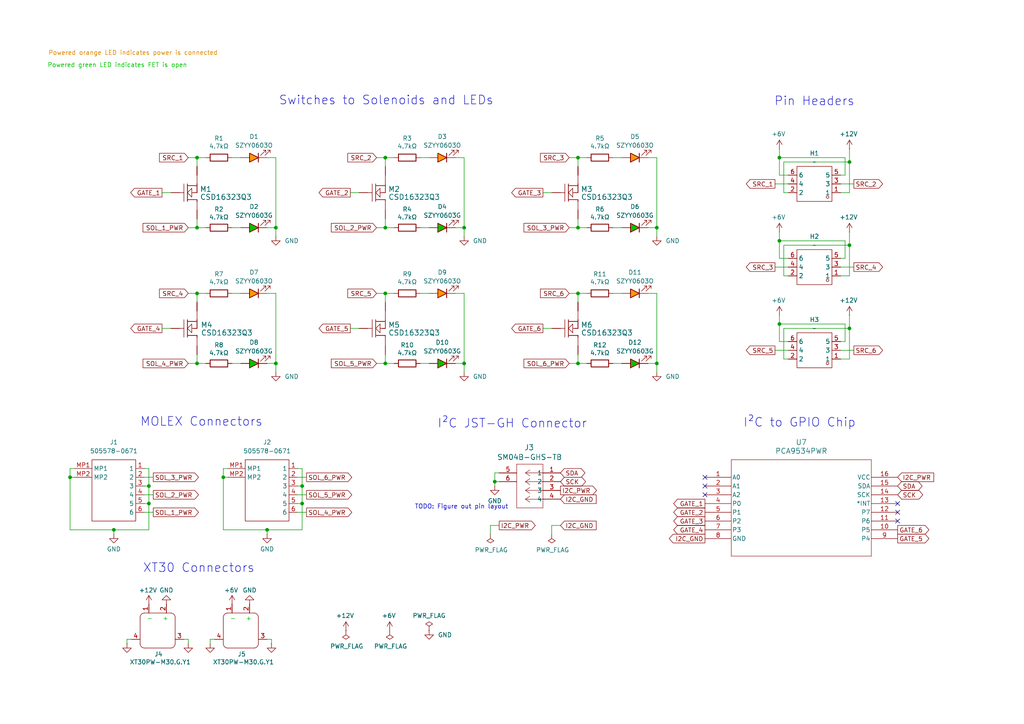
<source format=kicad_sch>
(kicad_sch (version 20250114) (generator "eeschema") (generator_version "9.0")
  (paper "A4")
  (title_block (title "Solenoid Control Board") (date "2025-06-30"))
  (lib_symbols
    (symbol "Downloaded:HX PZ2.54-2X3P ZZ"
      (property "Reference" "H" (at 0 0 0))
      (symbol "HX PZ2.54-2X3P ZZ_1_0"
        (pin unspecified line (at -7.62 2.54 0) (length 2.54) (name "1") (number "1"))
        (pin unspecified line (at -7.62 0 0) (length 2.54) (name "3") (number "3"))
        (pin unspecified line (at -7.62 -2.54 0) (length 2.54) (name "5") (number "5"))
        (pin unspecified line (at 7.62 2.54 180) (length 2.54) (name "2") (number "2"))
        (pin unspecified line (at 7.62 0 180) (length 2.54) (name "4") (number "4"))
        (pin unspecified line (at 7.62 -2.54 180) (length 2.54) (name "6") (number "6"))
      )
    )
    (symbol "solenoid_control_board:+12V" (power) (pin_numbers (hide yes)) (pin_names (offset 0) (hide yes))
      (property "Value" "+12V" (at 0 3.556 0))
      (symbol "+12V_1_1"
        (pin power_in line (at 0 0 90) (length 0) (name "~") (number "1"))
      )
    )
    (symbol "solenoid_control_board:+6V" (power) (pin_numbers (hide yes)) (pin_names (offset 0) (hide yes))
      (property "Value" "+6V" (at 0 3.556 0))
      (symbol "+6V_1_1"
        (pin power_in line (at 0 0 90) (length 0) (name "~") (number "1"))
      )
    )
    (symbol "solenoid_control_board:505578-0671"
      (property "Reference" "J" (at -8.89 6.858 0))
      (property "Value" "505578-0671" (at -8.636 4.318 0))
      (symbol "505578-0671_1_1"
        (pin free line (at -20.32 0 0) (length 5.08) (name "MP1") (number "MP1"))
        (pin free line (at -20.32 -2.54 0) (length 5.08) (name "MP2") (number "MP2"))
        (pin passive line (at 0 0 180) (length 2.54) (name "1") (number "1"))
        (pin passive line (at 0 -2.54 180) (length 2.54) (name "2") (number "2"))
        (pin passive line (at 0 -5.08 180) (length 2.54) (name "3") (number "3"))
        (pin passive line (at 0 -7.62 180) (length 2.54) (name "4") (number "4"))
        (pin passive line (at 0 -10.16 180) (length 2.54) (name "5") (number "5"))
        (pin passive line (at 0 -12.7 180) (length 2.54) (name "6") (number "6"))
      )
    )
    (symbol "solenoid_control_board:CSD16323Q3" (pin_names (offset 0.254))
      (property "Reference" "M" (at 5.842 0.254 0))
      (property "Value" "CSD16323Q3" (at 12.446 -1.778 0))
      (symbol "CSD16323Q3_1_1"
        (pin input line (at -3.81 0 0) (length 2.54) (name "") (number "1"))
        (pin output line (at 3.81 7.62 270) (length 2.54) (name "") (number "3"))
        (pin input line (at 3.81 -7.62 90) (length 2.54) (name "") (number "2"))
      )
    )
    (symbol "solenoid_control_board:GND" (power) (pin_numbers (hide yes)) (pin_names (offset 0) (hide yes))
      (property "Value" "GND" (at 0 -3.81 0))
      (symbol "GND_1_1"
        (pin power_in line (at 0 0 270) (length 0) (name "~") (number "1"))
      )
    )
    (symbol "solenoid_control_board:PCA9534PWR" (pin_names (offset 0.254))
      (property "Reference" "U" (at 27.94 10.16 0))
      (property "Value" "PCA9534PWR" (at 27.94 7.62 0))
      (symbol "PCA9534PWR_0_1"
        (pin input line (at 0 0 0) (length 7.62) (name "A0") (number "1"))
        (pin input line (at 0 -2.54 0) (length 7.62) (name "A1") (number "2"))
        (pin input line (at 0 -5.08 0) (length 7.62) (name "A2") (number "3"))
        (pin bidirectional line (at 0 -7.62 0) (length 7.62) (name "P0") (number "4"))
        (pin bidirectional line (at 0 -10.16 0) (length 7.62) (name "P1") (number "5"))
        (pin bidirectional line (at 0 -12.7 0) (length 7.62) (name "P2") (number "6"))
        (pin bidirectional line (at 0 -15.24 0) (length 7.62) (name "P3") (number "7"))
        (pin power_in line (at 0 -17.78 0) (length 7.62) (name "GND") (number "8"))
        (pin power_in line (at 55.88 0 180) (length 7.62) (name "VCC") (number "16"))
        (pin output line (at 55.88 -7.62 180) (length 7.62) (name "*INT") (number "13"))
        (pin bidirectional line (at 55.88 -10.16 180) (length 7.62) (name "P7") (number "12"))
        (pin bidirectional line (at 55.88 -12.7 180) (length 7.62) (name "P6") (number "11"))
        (pin bidirectional line (at 55.88 -15.24 180) (length 7.62) (name "P5") (number "10"))
        (pin bidirectional line (at 55.88 -17.78 180) (length 7.62) (name "P4") (number "9"))
      )
      (symbol "PCA9534PWR_1_1"
        (pin bidirectional line (at 55.88 -2.54 180) (length 7.62) (name "SDA") (number "15"))
        (pin bidirectional line (at 55.88 -5.08 180) (length 7.62) (name "SCK") (number "14"))
      )
    )
    (symbol "solenoid_control_board:PWR_FLAG" (power) (pin_numbers (hide yes)) (pin_names (offset 0) (hide yes))
      (property "Value" "PWR_FLAG" (at 0 3.81 0))
      (symbol "PWR_FLAG_0_0"
        (pin power_out line (at 0 0 90) (length 0) (name "~") (number "1"))
      )
    )
    (symbol "solenoid_control_board:R" (pin_numbers (hide yes)) (pin_names (offset 0))
      (property "Reference" "R" (at 2.032 0 90))
      (property "Value" "R" (at 0 0 90))
      (symbol "R_1_1"
        (pin passive line (at 0 3.81 270) (length 1.27) (name "~") (number "1"))
        (pin passive line (at 0 -3.81 90) (length 1.27) (name "~") (number "2"))
      )
    )
    (symbol "solenoid_control_board:SM04B-GHS-TB" (pin_names (offset 0.254))
      (property "Reference" "J" (at 8.89 7.112 0))
      (property "Value" "SM04B-GHS-TB" (at 9.144 4.572 0))
      (symbol "SM04B-GHS-TB_1_1"
        (pin free line (at 0 0 0) (length 5.08) (name "1") (number "1"))
        (pin free line (at 0 -2.54 0) (length 5.08) (name "2") (number "2"))
        (pin free line (at 0 -5.08 0) (length 5.08) (name "3") (number "3"))
        (pin free line (at 0 -7.62 0) (length 5.08) (name "4") (number "4"))
        (pin free line (at 17.78 0 180) (length 5.08) (name "") (number "5"))
        (pin free line (at 17.78 -2.54 180) (length 5.08) (name "") (number "6"))
      )
      (symbol "SM04B-GHS-TB_1_2"
        (pin unspecified line (at 0 0 0) (length 5.08) (name "1") (number "1"))
        (pin unspecified line (at 0 -2.54 0) (length 5.08) (name "2") (number "2"))
        (pin unspecified line (at 0 -5.08 0) (length 5.08) (name "3") (number "3"))
        (pin unspecified line (at 0 -7.62 0) (length 5.08) (name "4") (number "4"))
      )
    )
    (symbol "solenoid_control_board:SZYY0603G"
      (property "Reference" "D" (at 0 2.54 0))
      (property "Value" "SZYY0603G" (at 0 -4.064 0))
      (symbol "SZYY0603G_1_1"
        (pin passive line (at -3.81 0 0) (length 2.54) (name "") (number "2"))
        (pin passive line (at 3.81 0 180) (length 2.54) (name "") (number "1"))
      )
    )
    (symbol "solenoid_control_board:SZYY0603O"
      (property "Reference" "D" (at 0 2.54 0))
      (property "Value" "SZYY0603O" (at 0 -4.064 0))
      (symbol "SZYY0603O_1_1"
        (pin passive line (at -3.81 0 0) (length 2.54) (name "") (number "2"))
        (pin passive line (at 3.81 0 180) (length 2.54) (name "") (number "1"))
      )
    )
    (symbol "solenoid_control_board:XT30PW-M30.G.Y"
      (property "Reference" "J" (at 2.286 -14.478 0))
      (property "Value" "XT30PW-M30.G.Y" (at 2.286 -16.51 0))
      (symbol "XT30PW-M30.G.Y_1_1"
        (text "-" (at 0.254 -4.064 0) (effects (font (size 1.27 1.27))))
        (text "+\n" (at 4.826 -4.064 0) (effects (font (size 1.27 1.27))))
        (pin passive line (at -5.08 -10.16 0) (length 2.54) (name "") (number "4"))
        (pin power_in line (at 0 0 270) (length 2.54) (name "") (number "1"))
        (pin power_in line (at 5.08 0 270) (length 2.54) (name "") (number "2"))
        (pin passive line (at 10.16 -10.16 180) (length 2.54) (name "") (number "3"))
      )
    )
  )
  (text "Pin Headers" (at 236.22 29.464 0) (effects (font (size 2.54 2.54))))
  (text "Powered orange LED indicates power is connected" (at 38.608 15.494 0) (effects (font (size 1.27 1.27))))
  (text "Switches to Solenoids and LEDs" (at 112.014 29.21 0) (effects (font (size 2.54 2.54))))
  (text "MOLEX Connectors\n" (at 58.42 122.428 0) (effects (font (size 2.54 2.54))))
  (text "I²C JST-GH Connector" (at 148.59 122.936 0) (effects (font (size 2.54 2.54))))
  (text "XT30 Connectors\n" (at 57.658 164.846 0) (effects (font (size 2.54 2.54))))
  (text "Powered green LED indicates FET is open\n" (at 34.036 19.05 0) (effects (font (size 1.27 1.27))))
  (text "I²C to GPIO Chip" (at 231.902 122.682 0) (effects (font (size 2.54 2.54))))
  (text "TODO: Figure out pin layout" (at 133.858 147.066 0) (effects (font (size 1.27 1.27))))
  (junction (at 143.51 139.7))
  (junction (at 87.63 140.97))
  (junction (at 246.38 95.25))
  (junction (at 111.76 105.41))
  (junction (at 77.47 153.67))
  (junction (at 190.5 105.41))
  (junction (at 226.06 93.98))
  (junction (at 57.15 85.09))
  (junction (at 134.62 66.04))
  (junction (at 226.06 45.72))
  (junction (at 190.5 66.04))
  (junction (at 111.76 45.72))
  (junction (at 57.15 45.72))
  (junction (at 33.02 153.67))
  (junction (at 43.18 146.05))
  (junction (at 167.64 45.72))
  (junction (at 57.15 105.41))
  (junction (at 80.01 66.04))
  (junction (at 167.64 85.09))
  (junction (at 20.32 138.43))
  (junction (at 167.64 66.04))
  (junction (at 64.77 138.43))
  (junction (at 111.76 66.04))
  (junction (at 57.15 66.04))
  (junction (at 167.64 105.41))
  (junction (at 134.62 105.41))
  (junction (at 87.63 146.05))
  (junction (at 246.38 71.12))
  (junction (at 80.01 105.41))
  (junction (at 111.76 85.09))
  (junction (at 226.06 69.85))
  (junction (at 246.38 46.99))
  (junction (at 43.18 140.97))
  (no_connect (at 260.35 151.13))
  (no_connect (at 260.35 148.59))
  (no_connect (at 204.47 140.97))
  (no_connect (at 204.47 138.43))
  (no_connect (at 260.35 146.05))
  (no_connect (at 204.47 143.51))
  (wire (pts (xy 111.76 85.09) (xy 109.22 85.09)))
  (wire (pts (xy 243.84 104.14) (xy 246.38 104.14)))
  (wire (pts (xy 60.96 186.69) (xy 60.96 185.42)))
  (wire (pts (xy 170.18 105.41) (xy 167.64 105.41)))
  (wire (pts (xy 57.15 85.09) (xy 54.61 85.09)))
  (wire (pts (xy 33.02 153.67) (xy 33.02 154.94)))
  (wire (pts (xy 157.48 95.25) (xy 160.02 95.25)))
  (wire (pts (xy 41.91 135.89) (xy 43.18 135.89)))
  (wire (pts (xy 57.15 105.41) (xy 57.15 102.87)))
  (wire (pts (xy 54.61 66.04) (xy 57.15 66.04)))
  (wire (pts (xy 111.76 45.72) (xy 111.76 48.26)))
  (wire (pts (xy 165.1 66.04) (xy 167.64 66.04)))
  (wire (pts (xy 114.3 45.72) (xy 111.76 45.72)))
  (wire (pts (xy 69.85 105.41) (xy 67.31 105.41)))
  (wire (pts (xy 41.91 140.97) (xy 43.18 140.97)))
  (wire (pts (xy 144.78 137.16) (xy 143.51 137.16)))
  (wire (pts (xy 143.51 137.16) (xy 143.51 139.7)))
  (wire (pts (xy 57.15 66.04) (xy 57.15 63.5)))
  (wire (pts (xy 245.11 74.93) (xy 245.11 69.85)))
  (wire (pts (xy 33.02 153.67) (xy 43.18 153.67)))
  (wire (pts (xy 243.84 80.01) (xy 246.38 80.01)))
  (wire (pts (xy 69.85 85.09) (xy 67.31 85.09)))
  (wire (pts (xy 69.85 66.04) (xy 67.31 66.04)))
  (wire (pts (xy 86.36 138.43) (xy 88.9 138.43)))
  (wire (pts (xy 43.18 140.97) (xy 43.18 146.05)))
  (wire (pts (xy 20.32 138.43) (xy 21.59 138.43)))
  (wire (pts (xy 243.84 101.6) (xy 247.65 101.6)))
  (wire (pts (xy 142.24 154.94) (xy 142.24 152.4)))
  (wire (pts (xy 228.6 80.01) (xy 227.33 80.01)))
  (wire (pts (xy 226.06 91.44) (xy 226.06 93.98)))
  (wire (pts (xy 43.18 146.05) (xy 43.18 153.67)))
  (wire (pts (xy 226.06 45.72) (xy 226.06 50.8)))
  (wire (pts (xy 226.06 93.98) (xy 245.11 93.98)))
  (wire (pts (xy 78.74 185.42) (xy 78.74 186.69)))
  (wire (pts (xy 64.77 135.89) (xy 64.77 138.43)))
  (wire (pts (xy 114.3 105.41) (xy 111.76 105.41)))
  (wire (pts (xy 43.18 135.89) (xy 43.18 140.97)))
  (wire (pts (xy 77.47 153.67) (xy 77.47 154.94)))
  (wire (pts (xy 170.18 85.09) (xy 167.64 85.09)))
  (wire (pts (xy 60.96 185.42) (xy 62.23 185.42)))
  (wire (pts (xy 132.08 45.72) (xy 134.62 45.72)))
  (wire (pts (xy 101.6 95.25) (xy 104.14 95.25)))
  (wire (pts (xy 245.11 99.06) (xy 245.11 93.98)))
  (wire (pts (xy 77.47 153.67) (xy 87.63 153.67)))
  (wire (pts (xy 109.22 66.04) (xy 111.76 66.04)))
  (wire (pts (xy 20.32 153.67) (xy 33.02 153.67)))
  (wire (pts (xy 69.85 45.72) (xy 67.31 45.72)))
  (wire (pts (xy 59.69 85.09) (xy 57.15 85.09)))
  (wire (pts (xy 59.69 45.72) (xy 57.15 45.72)))
  (wire (pts (xy 114.3 66.04) (xy 111.76 66.04)))
  (wire (pts (xy 46.99 55.88) (xy 49.53 55.88)))
  (wire (pts (xy 243.84 77.47) (xy 247.65 77.47)))
  (wire (pts (xy 226.06 74.93) (xy 228.6 74.93)))
  (wire (pts (xy 54.61 185.42) (xy 54.61 186.69)))
  (wire (pts (xy 41.91 148.59) (xy 44.45 148.59)))
  (wire (pts (xy 187.96 45.72) (xy 190.5 45.72)))
  (wire (pts (xy 101.6 55.88) (xy 104.14 55.88)))
  (wire (pts (xy 246.38 80.01) (xy 246.38 71.12)))
  (wire (pts (xy 124.46 66.04) (xy 121.92 66.04)))
  (wire (pts (xy 226.06 45.72) (xy 245.11 45.72)))
  (wire (pts (xy 86.36 135.89) (xy 87.63 135.89)))
  (wire (pts (xy 167.64 66.04) (xy 167.64 63.5)))
  (wire (pts (xy 187.96 105.41) (xy 190.5 105.41)))
  (wire (pts (xy 180.34 66.04) (xy 177.8 66.04)))
  (wire (pts (xy 167.64 45.72) (xy 165.1 45.72)))
  (wire (pts (xy 86.36 148.59) (xy 88.9 148.59)))
  (wire (pts (xy 224.79 101.6) (xy 228.6 101.6)))
  (wire (pts (xy 41.91 143.51) (xy 44.45 143.51)))
  (wire (pts (xy 78.74 185.42) (xy 77.47 185.42)))
  (wire (pts (xy 36.83 185.42) (xy 38.1 185.42)))
  (wire (pts (xy 87.63 140.97) (xy 87.63 146.05)))
  (wire (pts (xy 59.69 66.04) (xy 57.15 66.04)))
  (wire (pts (xy 142.24 152.4) (xy 144.78 152.4)))
  (wire (pts (xy 114.3 85.09) (xy 111.76 85.09)))
  (wire (pts (xy 124.46 45.72) (xy 121.92 45.72)))
  (wire (pts (xy 246.38 67.31) (xy 246.38 71.12)))
  (wire (pts (xy 111.76 66.04) (xy 111.76 63.5)))
  (wire (pts (xy 170.18 66.04) (xy 167.64 66.04)))
  (wire (pts (xy 226.06 67.31) (xy 226.06 69.85)))
  (wire (pts (xy 190.5 85.09) (xy 190.5 105.41)))
  (wire (pts (xy 46.99 95.25) (xy 49.53 95.25)))
  (wire (pts (xy 111.76 45.72) (xy 109.22 45.72)))
  (wire (pts (xy 167.64 45.72) (xy 167.64 48.26)))
  (wire (pts (xy 226.06 93.98) (xy 226.06 99.06)))
  (wire (pts (xy 54.61 105.41) (xy 57.15 105.41)))
  (wire (pts (xy 134.62 66.04) (xy 134.62 68.58)))
  (wire (pts (xy 111.76 85.09) (xy 111.76 87.63)))
  (wire (pts (xy 21.59 135.89) (xy 20.32 135.89)))
  (wire (pts (xy 160.02 152.4) (xy 162.56 152.4)))
  (wire (pts (xy 20.32 138.43) (xy 20.32 153.67)))
  (wire (pts (xy 57.15 45.72) (xy 54.61 45.72)))
  (wire (pts (xy 180.34 85.09) (xy 177.8 85.09)))
  (wire (pts (xy 87.63 146.05) (xy 87.63 153.67)))
  (wire (pts (xy 64.77 138.43) (xy 66.04 138.43)))
  (wire (pts (xy 227.33 80.01) (xy 227.33 71.12)))
  (wire (pts (xy 134.62 105.41) (xy 134.62 107.95)))
  (wire (pts (xy 109.22 105.41) (xy 111.76 105.41)))
  (wire (pts (xy 160.02 154.94) (xy 160.02 152.4)))
  (wire (pts (xy 86.36 143.51) (xy 88.9 143.51)))
  (wire (pts (xy 64.77 138.43) (xy 64.77 153.67)))
  (wire (pts (xy 80.01 105.41) (xy 80.01 107.95)))
  (wire (pts (xy 190.5 105.41) (xy 190.5 107.95)))
  (wire (pts (xy 180.34 105.41) (xy 177.8 105.41)))
  (wire (pts (xy 59.69 105.41) (xy 57.15 105.41)))
  (wire (pts (xy 132.08 105.41) (xy 134.62 105.41)))
  (wire (pts (xy 246.38 91.44) (xy 246.38 95.25)))
  (wire (pts (xy 227.33 95.25) (xy 246.38 95.25)))
  (wire (pts (xy 64.77 153.67) (xy 77.47 153.67)))
  (wire (pts (xy 246.38 43.18) (xy 246.38 46.99)))
  (wire (pts (xy 224.79 53.34) (xy 228.6 53.34)))
  (wire (pts (xy 245.11 50.8) (xy 245.11 45.72)))
  (wire (pts (xy 80.01 45.72) (xy 80.01 66.04)))
  (wire (pts (xy 134.62 85.09) (xy 134.62 105.41)))
  (wire (pts (xy 111.76 105.41) (xy 111.76 102.87)))
  (wire (pts (xy 187.96 66.04) (xy 190.5 66.04)))
  (wire (pts (xy 80.01 85.09) (xy 80.01 105.41)))
  (wire (pts (xy 143.51 139.7) (xy 144.78 139.7)))
  (wire (pts (xy 227.33 55.88) (xy 227.33 46.99)))
  (wire (pts (xy 157.48 55.88) (xy 160.02 55.88)))
  (wire (pts (xy 227.33 71.12) (xy 246.38 71.12)))
  (wire (pts (xy 77.47 85.09) (xy 80.01 85.09)))
  (wire (pts (xy 124.46 85.09) (xy 121.92 85.09)))
  (wire (pts (xy 134.62 45.72) (xy 134.62 66.04)))
  (wire (pts (xy 167.64 85.09) (xy 167.64 87.63)))
  (wire (pts (xy 227.33 46.99) (xy 246.38 46.99)))
  (wire (pts (xy 226.06 50.8) (xy 228.6 50.8)))
  (wire (pts (xy 132.08 85.09) (xy 134.62 85.09)))
  (wire (pts (xy 243.84 74.93) (xy 245.11 74.93)))
  (wire (pts (xy 87.63 135.89) (xy 87.63 140.97)))
  (wire (pts (xy 80.01 66.04) (xy 80.01 68.58)))
  (wire (pts (xy 66.04 135.89) (xy 64.77 135.89)))
  (wire (pts (xy 170.18 45.72) (xy 167.64 45.72)))
  (wire (pts (xy 124.46 105.41) (xy 121.92 105.41)))
  (wire (pts (xy 190.5 45.72) (xy 190.5 66.04)))
  (wire (pts (xy 226.06 43.18) (xy 226.06 45.72)))
  (wire (pts (xy 224.79 77.47) (xy 228.6 77.47)))
  (wire (pts (xy 243.84 50.8) (xy 245.11 50.8)))
  (wire (pts (xy 167.64 105.41) (xy 167.64 102.87)))
  (wire (pts (xy 227.33 104.14) (xy 227.33 95.25)))
  (wire (pts (xy 226.06 69.85) (xy 226.06 74.93)))
  (wire (pts (xy 228.6 104.14) (xy 227.33 104.14)))
  (wire (pts (xy 228.6 55.88) (xy 227.33 55.88)))
  (wire (pts (xy 165.1 105.41) (xy 167.64 105.41)))
  (wire (pts (xy 77.47 66.04) (xy 80.01 66.04)))
  (wire (pts (xy 36.83 186.69) (xy 36.83 185.42)))
  (wire (pts (xy 20.32 135.89) (xy 20.32 138.43)))
  (wire (pts (xy 53.34 185.42) (xy 54.61 185.42)))
  (wire (pts (xy 243.84 99.06) (xy 245.11 99.06)))
  (wire (pts (xy 57.15 45.72) (xy 57.15 48.26)))
  (wire (pts (xy 87.63 140.97) (xy 86.36 140.97)))
  (wire (pts (xy 43.18 146.05) (xy 41.91 146.05)))
  (wire (pts (xy 243.84 53.34) (xy 247.65 53.34)))
  (wire (pts (xy 132.08 66.04) (xy 134.62 66.04)))
  (wire (pts (xy 226.06 99.06) (xy 228.6 99.06)))
  (wire (pts (xy 190.5 66.04) (xy 190.5 68.58)))
  (wire (pts (xy 243.84 55.88) (xy 246.38 55.88)))
  (wire (pts (xy 77.47 105.41) (xy 80.01 105.41)))
  (wire (pts (xy 41.91 138.43) (xy 44.45 138.43)))
  (wire (pts (xy 143.51 139.7) (xy 143.51 140.97)))
  (wire (pts (xy 246.38 55.88) (xy 246.38 46.99)))
  (wire (pts (xy 167.64 85.09) (xy 165.1 85.09)))
  (wire (pts (xy 57.15 85.09) (xy 57.15 87.63)))
  (wire (pts (xy 246.38 104.14) (xy 246.38 95.25)))
  (wire (pts (xy 226.06 69.85) (xy 245.11 69.85)))
  (wire (pts (xy 180.34 45.72) (xy 177.8 45.72)))
  (wire (pts (xy 187.96 85.09) (xy 190.5 85.09)))
  (wire (pts (xy 77.47 45.72) (xy 80.01 45.72)))
  (wire (pts (xy 86.36 146.05) (xy 87.63 146.05)))
  (global_label "SOL_4_PWR" (shape output) (at 88.9 148.59 0) (property "Intersheetrefs" "${INTERSHEET_REFS}" (effects (hide yes))))
  (global_label "SRC_5" (shape output) (at 224.79 101.6 180) (property "Intersheetrefs" "${INTERSHEET_REFS}" (effects (hide yes))))
  (global_label "SRC_4" (shape output) (at 247.65 77.47 0) (property "Intersheetrefs" "${INTERSHEET_REFS}" (effects (hide yes))))
  (global_label "SOL_3_PWR" (shape output) (at 44.45 138.43 0) (property "Intersheetrefs" "${INTERSHEET_REFS}" (effects (hide yes))))
  (global_label "I2C_PWR" (shape output) (at 162.56 142.24 0) (property "Intersheetrefs" "${INTERSHEET_REFS}" (effects (hide yes))))
  (global_label "SRC_3" (shape output) (at 224.79 77.47 180) (property "Intersheetrefs" "${INTERSHEET_REFS}" (effects (hide yes))))
  (global_label "GATE_3" (shape output) (at 157.48 55.88 180) (property "Intersheetrefs" "${INTERSHEET_REFS}" (effects (hide yes))))
  (global_label "I2C_GND" (shape input) (at 162.56 144.78 0) (property "Intersheetrefs" "${INTERSHEET_REFS}" (effects (hide yes))))
  (global_label "SDA" (shape bidirectional) (at 162.56 137.16 0) (property "Intersheetrefs" "${INTERSHEET_REFS}" (effects (hide yes))))
  (global_label "GATE_1" (shape output) (at 204.47 146.05 180) (property "Intersheetrefs" "${INTERSHEET_REFS}" (effects (hide yes))))
  (global_label "GATE_3" (shape output) (at 204.47 151.13 180) (property "Intersheetrefs" "${INTERSHEET_REFS}" (effects (hide yes))))
  (global_label "SCK" (shape bidirectional) (at 162.56 139.7 0) (property "Intersheetrefs" "${INTERSHEET_REFS}" (effects (hide yes))))
  (global_label "SOL_4_PWR" (shape input) (at 54.61 105.41 180) (property "Intersheetrefs" "${INTERSHEET_REFS}" (effects (hide yes))))
  (global_label "SOL_1_PWR" (shape output) (at 44.45 148.59 0) (property "Intersheetrefs" "${INTERSHEET_REFS}" (effects (hide yes))))
  (global_label "SRC_5" (shape input) (at 109.22 85.09 180) (property "Intersheetrefs" "${INTERSHEET_REFS}" (effects (hide yes))))
  (global_label "SRC_4" (shape input) (at 54.61 85.09 180) (property "Intersheetrefs" "${INTERSHEET_REFS}" (effects (hide yes))))
  (global_label "SOL_6_PWR" (shape input) (at 165.1 105.41 180) (property "Intersheetrefs" "${INTERSHEET_REFS}" (effects (hide yes))))
  (global_label "SRC_1" (shape input) (at 54.61 45.72 180) (property "Intersheetrefs" "${INTERSHEET_REFS}" (effects (hide yes))))
  (global_label "GATE_2" (shape output) (at 101.6 55.88 180) (property "Intersheetrefs" "${INTERSHEET_REFS}" (effects (hide yes))))
  (global_label "GATE_5" (shape output) (at 260.35 156.21 0) (property "Intersheetrefs" "${INTERSHEET_REFS}" (effects (hide yes))))
  (global_label "I2C_PWR" (shape input) (at 260.35 138.43 0) (property "Intersheetrefs" "${INTERSHEET_REFS}" (effects (hide yes))))
  (global_label "SRC_6" (shape output) (at 247.65 101.6 0) (property "Intersheetrefs" "${INTERSHEET_REFS}" (effects (hide yes))))
  (global_label "SRC_2" (shape output) (at 247.65 53.34 0) (property "Intersheetrefs" "${INTERSHEET_REFS}" (effects (hide yes))))
  (global_label "GATE_6" (shape output) (at 260.35 153.67 0) (property "Intersheetrefs" "${INTERSHEET_REFS}" (effects (hide yes))))
  (global_label "GATE_4" (shape output) (at 46.99 95.25 180) (property "Intersheetrefs" "${INTERSHEET_REFS}" (effects (hide yes))))
  (global_label "SOL_2_PWR" (shape input) (at 109.22 66.04 180) (property "Intersheetrefs" "${INTERSHEET_REFS}" (effects (hide yes))))
  (global_label "SCK" (shape bidirectional) (at 260.35 143.51 0) (property "Intersheetrefs" "${INTERSHEET_REFS}" (effects (hide yes))))
  (global_label "GATE_4" (shape output) (at 204.47 153.67 180) (property "Intersheetrefs" "${INTERSHEET_REFS}" (effects (hide yes))))
  (global_label "SRC_1" (shape output) (at 224.79 53.34 180) (property "Intersheetrefs" "${INTERSHEET_REFS}" (effects (hide yes))))
  (global_label "GATE_1" (shape output) (at 46.99 55.88 180) (property "Intersheetrefs" "${INTERSHEET_REFS}" (effects (hide yes))))
  (global_label "SOL_1_PWR" (shape input) (at 54.61 66.04 180) (property "Intersheetrefs" "${INTERSHEET_REFS}" (effects (hide yes))))
  (global_label "SRC_2" (shape input) (at 109.22 45.72 180) (property "Intersheetrefs" "${INTERSHEET_REFS}" (effects (hide yes))))
  (global_label "SOL_5_PWR" (shape output) (at 88.9 143.51 0) (property "Intersheetrefs" "${INTERSHEET_REFS}" (effects (hide yes))))
  (global_label "SRC_6" (shape input) (at 165.1 85.09 180) (property "Intersheetrefs" "${INTERSHEET_REFS}" (effects (hide yes))))
  (global_label "SDA" (shape bidirectional) (at 260.35 140.97 0) (property "Intersheetrefs" "${INTERSHEET_REFS}" (effects (hide yes))))
  (global_label "I2C_GND" (shape output) (at 204.47 156.21 180) (property "Intersheetrefs" "${INTERSHEET_REFS}" (effects (hide yes))))
  (global_label "GATE_6" (shape output) (at 157.48 95.25 180) (property "Intersheetrefs" "${INTERSHEET_REFS}" (effects (hide yes))))
  (global_label "SOL_2_PWR" (shape output) (at 44.45 143.51 0) (property "Intersheetrefs" "${INTERSHEET_REFS}" (effects (hide yes))))
  (global_label "GATE_2" (shape output) (at 204.47 148.59 180) (property "Intersheetrefs" "${INTERSHEET_REFS}" (effects (hide yes))))
  (global_label "SOL_3_PWR" (shape input) (at 165.1 66.04 180) (property "Intersheetrefs" "${INTERSHEET_REFS}" (effects (hide yes))))
  (global_label "SOL_6_PWR" (shape output) (at 88.9 138.43 0) (property "Intersheetrefs" "${INTERSHEET_REFS}" (effects (hide yes))))
  (global_label "I2C_PWR" (shape output) (at 144.78 152.4 0) (property "Intersheetrefs" "${INTERSHEET_REFS}" (effects (hide yes))))
  (global_label "SRC_3" (shape input) (at 165.1 45.72 180) (property "Intersheetrefs" "${INTERSHEET_REFS}" (effects (hide yes))))
  (global_label "GATE_5" (shape output) (at 101.6 95.25 180) (property "Intersheetrefs" "${INTERSHEET_REFS}" (effects (hide yes))))
  (global_label "SOL_5_PWR" (shape input) (at 109.22 105.41 180) (property "Intersheetrefs" "${INTERSHEET_REFS}" (effects (hide yes))))
  (global_label "I2C_GND" (shape input) (at 162.56 152.4 0) (property "Intersheetrefs" "${INTERSHEET_REFS}" (effects (hide yes))))
  (symbol (lib_id "solenoid_control_board:+12V") (at 100.33 182.88 0) (unit 1)
    (property "Reference" "#PWR031" (effects (hide yes)))
    (property "Value" "+12V" (at 100.076 178.562 0))
    (property "Description" "Power symbol creates a global label with name \"+12V\"" (effects (hide yes)))
  )
  (symbol (lib_id "solenoid_control_board:GND") (at 77.47 154.94 0) (unit 1)
    (property "Reference" "#PWR08" (effects (hide yes)))
    (property "Value" "GND" (at 77.47 159.258 0))
    (property "Description" "Power symbol creates a global label with name \"GND\" , ground" (effects (hide yes)))
  )
  (symbol (lib_id "solenoid_control_board:+12V") (at 246.38 67.31 0) (unit 1)
    (property "Reference" "#PWR038" (effects (hide yes)))
    (property "Value" "+12V" (at 246.126 62.992 0))
    (property "Description" "Power symbol creates a global label with name \"+12V\"" (effects (hide yes)))
  )
  (symbol (lib_id "solenoid_control_board:SZYY0603O") (at 184.15 85.09 180) (unit 1)
    (property "Reference" "D11" (at 184.15 78.994 0))
    (property "Value" "SZYY0603O" (at 184.15 81.534 0))
    (property "Footprint" "Downloaded:LED0603-R-RD_ORANGE" (effects (hide yes)))
    (property "Datasheet" "https://www.lcsc.com/datasheet/lcsc_datasheet_2410121256_Yongyu-Photoelectric-SZYY0603O_C434425.pdf" (effects (hide yes)))
    (property "Description" "Orange LED from LCSC Electronics" (effects (hide yes)))
  )
  (symbol (lib_id "solenoid_control_board:CSD16323Q3") (at 163.83 55.88 0) (mirror x) (unit 1)
    (property "Reference" "M3" (at 170.18 54.864 0) (effects (font (size 1.524 1.524))))
    (property "Value" "CSD16323Q3" (at 176.022 57.15 0) (effects (font (size 1.524 1.524))))
    (property "Footprint" "Downloaded:TRANS_CSD17308Q3" (effects (hide yes)))
    (property "Datasheet" "https://www.ti.com/lit/ds/symlink/csd25404q3.pdf?ts=1743723239203&ref_url=https%253A%252F%252Fwww.ti.com%252Fproduct%252FCSD25404Q3" (effects (hide yes)))
    (property "Description" "-20-V, P channel NexFET™ power MOSFET, single SON 3 mm x 3 mm, 6.5 mOhm" (effects (hide yes)))
  )
  (symbol (lib_id "solenoid_control_board:SZYY0603O") (at 184.15 45.72 180) (unit 1)
    (property "Reference" "D5" (at 184.15 39.624 0))
    (property "Value" "SZYY0603O" (at 184.15 42.164 0))
    (property "Footprint" "Downloaded:LED0603-R-RD_ORANGE" (effects (hide yes)))
    (property "Datasheet" "https://www.lcsc.com/datasheet/lcsc_datasheet_2410121256_Yongyu-Photoelectric-SZYY0603O_C434425.pdf" (effects (hide yes)))
    (property "Description" "Orange LED from LCSC Electronics" (effects (hide yes)))
  )
  (symbol (lib_id "solenoid_control_board:R") (at 118.11 85.09 90) (unit 1)
    (property "Reference" "R9" (at 118.11 79.502 90))
    (property "Value" "4.7kΩ" (at 118.11 81.788 90))
    (property "Footprint" "Downloaded:RESC1607X60N" (effects (hide yes)))
    (property "Description" "Resistor" (effects (hide yes)))
  )
  (symbol (lib_id "solenoid_control_board:505578-0671") (at 41.91 135.89 0) (unit 1)
    (property "Reference" "J1" (at 33.02 128.27 0))
    (property "Value" "505578-0671" (at 33.02 130.81 0))
    (property "Footprint" "Downloaded:5055780671" (effects (hide yes)))
    (property "Datasheet" "https://www.molex.com/en-us/products/part-detail/5055780671?display=pdf" (effects (hide yes)))
    (property "Description" "Headers & Wire Housings MicroLock Plus 2mm RA SR Hdr 6Ckt Blk" (effects (hide yes)))
  )
  (symbol (lib_id "solenoid_control_board:R") (at 63.5 66.04 90) (unit 1)
    (property "Reference" "R2" (at 63.5 60.706 90))
    (property "Value" "4.7kΩ" (at 63.5 62.992 90))
    (property "Footprint" "Downloaded:RESC1607X60N" (effects (hide yes)))
    (property "Description" "Resistor" (effects (hide yes)))
  )
  (symbol (lib_id "solenoid_control_board:XT30PW-M30.G.Y") (at 43.18 175.26 0) (unit 1)
    (property "Reference" "J4" (at 45.974 189.738 0))
    (property "Value" "XT30PW-M30.G.Y1" (at 46.482 192.024 0))
    (property "Footprint" "Downloaded:CONN-TH_XT30PW-M" (effects (hide yes)))
    (property "Datasheet" "https://jlcpcb.com/api/file/downloadByFileSystemAccessId/8588889116385136640" (effects (hide yes)))
    (property "Description" "Connector: DC supply; socket; male; PIN: 2; on PCBs; THT; yellow; 15A" (effects (hide yes)))
  )
  (symbol (lib_id "solenoid_control_board:SZYY0603O") (at 128.27 45.72 180) (unit 1)
    (property "Reference" "D3" (at 128.27 39.624 0))
    (property "Value" "SZYY0603O" (at 128.27 42.164 0))
    (property "Footprint" "Downloaded:LED0603-R-RD_ORANGE" (effects (hide yes)))
    (property "Datasheet" "https://www.lcsc.com/datasheet/lcsc_datasheet_2410121256_Yongyu-Photoelectric-SZYY0603O_C434425.pdf" (effects (hide yes)))
    (property "Description" "Orange LED from LCSC Electronics" (effects (hide yes)))
  )
  (symbol (lib_id "solenoid_control_board:CSD16323Q3") (at 163.83 95.25 0) (mirror x) (unit 1)
    (property "Reference" "M6" (at 170.18 94.234 0) (effects (font (size 1.524 1.524))))
    (property "Value" "CSD16323Q3" (at 176.022 96.52 0) (effects (font (size 1.524 1.524))))
    (property "Footprint" "Downloaded:TRANS_CSD17308Q3" (effects (hide yes)))
    (property "Datasheet" "https://www.ti.com/lit/ds/symlink/csd25404q3.pdf?ts=1743723239203&ref_url=https%253A%252F%252Fwww.ti.com%252Fproduct%252FCSD25404Q3" (effects (hide yes)))
    (property "Description" "-20-V, P channel NexFET™ power MOSFET, single SON 3 mm x 3 mm, 6.5 mOhm" (effects (hide yes)))
  )
  (symbol (lib_id "solenoid_control_board:GND") (at 190.5 68.58 0) (unit 1)
    (property "Reference" "#PWR012" (effects (hide yes)))
    (property "Value" "GND" (at 193.04 69.8499 0) (effects (justify left)))
    (property "Description" "Power symbol creates a global label with name \"GND\" , ground" (effects (hide yes)))
  )
  (symbol (lib_id "solenoid_control_board:GND") (at 143.51 140.97 0) (unit 1)
    (property "Reference" "#PWR09" (effects (hide yes)))
    (property "Value" "GND" (at 143.51 145.288 0))
    (property "Description" "Power symbol creates a global label with name \"GND\" , ground" (effects (hide yes)))
  )
  (symbol (lib_id "Downloaded:HX PZ2.54-2X3P ZZ") (at 236.22 53.34 180) (unit 1)
    (property "Reference" "H1" (at 236.22 44.45 0))
    (property "Value" "~" (at 236.22 46.99 0))
    (property "Footprint" "Downloaded:HDR-TH_6P-P2.54-V-M-R2-C3-S2.54-2" (effects (hide yes)))
    (property "Datasheet" "https://atta.szlcsc.com/upload/public/pdf/source/20240723/3657D920FDF090695A6E017E35381392.pdf" (effects (hide yes)))
    (property "Description" "Pin Structure:2x3P Pitch:2.54mm Row Spacing:2.54mm Circluar Pins/Square Pins:Policy Mounting Type:Straight Number of Rows:Double Row Number of Pins:6P Current Rating:3A Voltage Rating (Max):- Length of Mating Pin:6mm Insulation Height:2.5mm Length of End" (effects (hide yes)))
    (property "Manufacturer Part" "HX PZ2.54-2x3P ZZ" (effects (hide yes)))
    (property "Manufacturer" "hanxia(韩下)" (effects (hide yes)))
    (property "Supplier Part" "C32713276" (effects (hide yes)))
    (property "Supplier" "LCSC" (effects (hide yes)))
    (property "LCSC Part Name" "2x3P 间距:2.54mm 方针 直插" (effects (hide yes)))
  )
  (symbol (lib_id "solenoid_control_board:SZYY0603O") (at 128.27 85.09 180) (unit 1)
    (property "Reference" "D9" (at 128.27 78.994 0))
    (property "Value" "SZYY0603O" (at 128.27 81.534 0))
    (property "Footprint" "Downloaded:LED0603-R-RD_ORANGE" (effects (hide yes)))
    (property "Datasheet" "https://www.lcsc.com/datasheet/lcsc_datasheet_2410121256_Yongyu-Photoelectric-SZYY0603O_C434425.pdf" (effects (hide yes)))
    (property "Description" "Orange LED from LCSC Electronics" (effects (hide yes)))
  )
  (symbol (lib_id "solenoid_control_board:GND") (at 60.96 186.69 0) (unit 1)
    (property "Reference" "#PWR018" (effects (hide yes)))
    (property "Value" "GND" (effects (hide yes)))
    (property "Description" "Power symbol creates a global label with name \"GND\" , ground" (effects (hide yes)))
  )
  (symbol (lib_id "solenoid_control_board:SZYY0603O") (at 73.66 85.09 180) (unit 1)
    (property "Reference" "D7" (at 73.66 78.994 0))
    (property "Value" "SZYY0603O" (at 73.66 81.534 0))
    (property "Footprint" "Downloaded:LED0603-R-RD_ORANGE" (effects (hide yes)))
    (property "Datasheet" "https://www.lcsc.com/datasheet/lcsc_datasheet_2410121256_Yongyu-Photoelectric-SZYY0603O_C434425.pdf" (effects (hide yes)))
    (property "Description" "Orange LED from LCSC Electronics" (effects (hide yes)))
  )
  (symbol (lib_id "solenoid_control_board:+6V") (at 226.06 91.44 0) (unit 1)
    (property "Reference" "#PWR039" (effects (hide yes)))
    (property "Value" "+6V" (at 225.806 87.122 0))
    (property "Description" "Power symbol creates a global label with name \"+6V\"" (effects (hide yes)))
  )
  (symbol (lib_id "solenoid_control_board:PWR_FLAG") (at 100.33 182.88 180) (unit 1)
    (property "Reference" "#FLG05" (effects (hide yes)))
    (property "Value" "PWR_FLAG" (at 100.584 187.452 0))
    (property "Description" "Special symbol for telling ERC where power comes from" (effects (hide yes)))
  )
  (symbol (lib_id "solenoid_control_board:SM04B-GHS-TB") (at 162.56 137.16 0) (mirror y) (unit 1)
    (property "Reference" "J3" (at 154.94 129.794 0) (effects (font (size 1.524 1.524)) (justify left)))
    (property "Value" "SM04B-GHS-TB" (at 163.068 132.588 0) (effects (font (size 1.524 1.524)) (justify left)))
    (property "Footprint" "Downloaded:CONN_SM04B-GHS-TB_JST" (effects (hide yes)))
    (property "Datasheet" "https://www.jst-mfg.com/product/pdf/eng/eGH.pdf" (effects (hide yes)))
    (property "Description" "Connector Header Surface Mount, Right Angle 4 position 0.049\" (1.25mm)" (effects (hide yes)))
  )
  (symbol (lib_id "solenoid_control_board:CSD16323Q3") (at 53.34 95.25 0) (mirror x) (unit 1)
    (property "Reference" "M4" (at 59.944 94.234 0) (effects (font (size 1.524 1.524))))
    (property "Value" "CSD16323Q3" (at 65.786 96.52 0) (effects (font (size 1.524 1.524))))
    (property "Footprint" "Downloaded:TRANS_CSD17308Q3" (effects (hide yes)))
    (property "Datasheet" "https://www.ti.com/lit/ds/symlink/csd25404q3.pdf?ts=1743723239203&ref_url=https%253A%252F%252Fwww.ti.com%252Fproduct%252FCSD25404Q3" (effects (hide yes)))
    (property "Description" "-20-V, P channel NexFET™ power MOSFET, single SON 3 mm x 3 mm, 6.5 mOhm" (effects (hide yes)))
  )
  (symbol (lib_id "solenoid_control_board:SZYY0603G") (at 73.66 105.41 180) (unit 1)
    (property "Reference" "D8" (at 73.66 99.314 0))
    (property "Value" "SZYY0603G" (at 73.66 101.854 0))
    (property "Footprint" "Downloaded:LED0603-R-RD_GREEN" (effects (hide yes)))
    (property "Datasheet" "https://www.lcsc.com/datasheet/lcsc_datasheet_2410121256_Yongyu-Photoelectric-SZYY0603G_C434420.pdf" (effects (hide yes)))
    (property "Description" "Green LED from LCSC Electronics" (effects (hide yes)))
  )
  (symbol (lib_id "solenoid_control_board:+6V") (at 226.06 67.31 0) (unit 1)
    (property "Reference" "#PWR037" (effects (hide yes)))
    (property "Value" "+6V" (at 225.806 62.992 0))
    (property "Description" "Power symbol creates a global label with name \"+6V\"" (effects (hide yes)))
  )
  (symbol (lib_id "solenoid_control_board:GND") (at 80.01 68.58 0) (unit 1)
    (property "Reference" "#PWR010" (effects (hide yes)))
    (property "Value" "GND" (at 82.55 69.8499 0) (effects (justify left)))
    (property "Description" "Power symbol creates a global label with name \"GND\" , ground" (effects (hide yes)))
  )
  (symbol (lib_id "solenoid_control_board:GND") (at 48.26 175.26 180) (unit 1)
    (property "Reference" "#PWR019" (effects (hide yes)))
    (property "Value" "GND" (at 48.26 171.196 0))
    (property "Description" "Power symbol creates a global label with name \"GND\" , ground" (effects (hide yes)))
  )
  (symbol (lib_id "solenoid_control_board:R") (at 173.99 45.72 90) (unit 1)
    (property "Reference" "R5" (at 173.99 40.132 90))
    (property "Value" "4.7kΩ" (at 173.99 42.418 90))
    (property "Footprint" "Downloaded:RESC1607X60N" (effects (hide yes)))
    (property "Description" "Resistor" (effects (hide yes)))
  )
  (symbol (lib_id "solenoid_control_board:GND") (at 78.74 186.69 0) (unit 1)
    (property "Reference" "#PWR017" (effects (hide yes)))
    (property "Value" "GND" (effects (hide yes)))
    (property "Description" "Power symbol creates a global label with name \"GND\" , ground" (effects (hide yes)))
  )
  (symbol (lib_id "solenoid_control_board:GND") (at 72.39 175.26 180) (unit 1)
    (property "Reference" "#PWR030" (effects (hide yes)))
    (property "Value" "GND" (at 72.39 171.196 0))
    (property "Description" "Power symbol creates a global label with name \"GND\" , ground" (effects (hide yes)))
  )
  (symbol (lib_id "solenoid_control_board:SZYY0603G") (at 128.27 66.04 180) (unit 1)
    (property "Reference" "D4" (at 128.27 59.944 0))
    (property "Value" "SZYY0603G" (at 128.27 62.484 0))
    (property "Footprint" "Downloaded:LED0603-R-RD_GREEN" (effects (hide yes)))
    (property "Datasheet" "https://www.lcsc.com/datasheet/lcsc_datasheet_2410121256_Yongyu-Photoelectric-SZYY0603G_C434420.pdf" (effects (hide yes)))
    (property "Description" "Green LED from LCSC Electronics" (effects (hide yes)))
  )
  (symbol (lib_id "solenoid_control_board:PWR_FLAG") (at 142.24 154.94 180) (unit 1)
    (property "Reference" "#FLG03" (effects (hide yes)))
    (property "Value" "PWR_FLAG" (at 142.494 159.512 0))
    (property "Description" "Special symbol for telling ERC where power comes from" (effects (hide yes)))
  )
  (symbol (lib_id "solenoid_control_board:+6V") (at 226.06 43.18 0) (unit 1)
    (property "Reference" "#PWR036" (effects (hide yes)))
    (property "Value" "+6V" (at 225.806 38.862 0))
    (property "Description" "Power symbol creates a global label with name \"+6V\"" (effects (hide yes)))
  )
  (symbol (lib_id "solenoid_control_board:SZYY0603G") (at 184.15 66.04 180) (unit 1)
    (property "Reference" "D6" (at 184.15 59.944 0))
    (property "Value" "SZYY0603G" (at 184.15 62.484 0))
    (property "Footprint" "Downloaded:LED0603-R-RD_GREEN" (effects (hide yes)))
    (property "Datasheet" "https://www.lcsc.com/datasheet/lcsc_datasheet_2410121256_Yongyu-Photoelectric-SZYY0603G_C434420.pdf" (effects (hide yes)))
    (property "Description" "Green LED from LCSC Electronics" (effects (hide yes)))
  )
  (symbol (lib_id "solenoid_control_board:+6V") (at 67.31 175.26 0) (unit 1)
    (property "Reference" "#PWR034" (effects (hide yes)))
    (property "Value" "+6V" (at 67.056 171.196 0))
    (property "Description" "Power symbol creates a global label with name \"+6V\"" (effects (hide yes)))
  )
  (symbol (lib_id "solenoid_control_board:GND") (at 124.46 182.88 0) (unit 1)
    (property "Reference" "#PWR016" (effects (hide yes)))
    (property "Value" "GND" (at 127 184.1499 0) (effects (justify left)))
    (property "Description" "Power symbol creates a global label with name \"GND\" , ground" (effects (hide yes)))
  )
  (symbol (lib_id "solenoid_control_board:R") (at 173.99 105.41 90) (unit 1)
    (property "Reference" "R12" (at 173.99 100.076 90))
    (property "Value" "4.7kΩ" (at 173.99 102.362 90))
    (property "Footprint" "Downloaded:RESC1607X60N" (effects (hide yes)))
    (property "Description" "Resistor" (effects (hide yes)))
  )
  (symbol (lib_id "solenoid_control_board:R") (at 173.99 85.09 90) (unit 1)
    (property "Reference" "R11" (at 173.99 79.502 90))
    (property "Value" "4.7kΩ" (at 173.99 81.788 90))
    (property "Footprint" "Downloaded:RESC1607X60N" (effects (hide yes)))
    (property "Description" "Resistor" (effects (hide yes)))
  )
  (symbol (lib_id "solenoid_control_board:R") (at 118.11 66.04 90) (unit 1)
    (property "Reference" "R4" (at 118.11 60.706 90))
    (property "Value" "4.7kΩ" (at 118.11 62.992 90))
    (property "Footprint" "Downloaded:RESC1607X60N" (effects (hide yes)))
    (property "Description" "Resistor" (effects (hide yes)))
  )
  (symbol (lib_id "solenoid_control_board:R") (at 173.99 66.04 90) (unit 1)
    (property "Reference" "R6" (at 173.99 60.706 90))
    (property "Value" "4.7kΩ" (at 173.99 62.992 90))
    (property "Footprint" "Downloaded:RESC1607X60N" (effects (hide yes)))
    (property "Description" "Resistor" (effects (hide yes)))
  )
  (symbol (lib_id "solenoid_control_board:CSD16323Q3") (at 107.95 55.88 0) (mirror x) (unit 1)
    (property "Reference" "M2" (at 114.3 54.864 0) (effects (font (size 1.524 1.524))))
    (property "Value" "CSD16323Q3" (at 120.142 57.15 0) (effects (font (size 1.524 1.524))))
    (property "Footprint" "Downloaded:TRANS_CSD17308Q3" (effects (hide yes)))
    (property "Datasheet" "https://www.ti.com/lit/ds/symlink/csd25404q3.pdf?ts=1743723239203&ref_url=https%253A%252F%252Fwww.ti.com%252Fproduct%252FCSD25404Q3" (effects (hide yes)))
    (property "Description" "-20-V, P channel NexFET™ power MOSFET, single SON 3 mm x 3 mm, 6.5 mOhm" (effects (hide yes)))
  )
  (symbol (lib_id "solenoid_control_board:SZYY0603O") (at 73.66 45.72 180) (unit 1)
    (property "Reference" "D1" (at 73.66 39.624 0))
    (property "Value" "SZYY0603O" (at 73.66 42.164 0))
    (property "Footprint" "Downloaded:LED0603-R-RD_ORANGE" (effects (hide yes)))
    (property "Datasheet" "https://www.lcsc.com/datasheet/lcsc_datasheet_2410121256_Yongyu-Photoelectric-SZYY0603O_C434425.pdf" (effects (hide yes)))
    (property "Description" "Orange LED from LCSC Electronics" (effects (hide yes)))
  )
  (symbol (lib_id "solenoid_control_board:GND") (at 190.5 107.95 0) (unit 1)
    (property "Reference" "#PWR015" (effects (hide yes)))
    (property "Value" "GND" (at 193.04 109.2199 0) (effects (justify left)))
    (property "Description" "Power symbol creates a global label with name \"GND\" , ground" (effects (hide yes)))
  )
  (symbol (lib_id "solenoid_control_board:GND") (at 134.62 107.95 0) (unit 1)
    (property "Reference" "#PWR014" (effects (hide yes)))
    (property "Value" "GND" (at 137.16 109.2199 0) (effects (justify left)))
    (property "Description" "Power symbol creates a global label with name \"GND\" , ground" (effects (hide yes)))
  )
  (symbol (lib_id "solenoid_control_board:GND") (at 54.61 186.69 0) (unit 1)
    (property "Reference" "#PWR020" (effects (hide yes)))
    (property "Value" "GND" (effects (hide yes)))
    (property "Description" "Power symbol creates a global label with name \"GND\" , ground" (effects (hide yes)))
  )
  (symbol (lib_id "solenoid_control_board:+12V") (at 246.38 43.18 0) (unit 1)
    (property "Reference" "#PWR035" (effects (hide yes)))
    (property "Value" "+12V" (at 246.126 38.862 0))
    (property "Description" "Power symbol creates a global label with name \"+12V\"" (effects (hide yes)))
  )
  (symbol (lib_id "solenoid_control_board:R") (at 63.5 105.41 90) (unit 1)
    (property "Reference" "R8" (at 63.5 100.076 90))
    (property "Value" "4.7kΩ" (at 63.5 102.362 90))
    (property "Footprint" "Downloaded:RESC1607X60N" (effects (hide yes)))
    (property "Description" "Resistor" (effects (hide yes)))
  )
  (symbol (lib_id "solenoid_control_board:PWR_FLAG") (at 160.02 154.94 180) (unit 1)
    (property "Reference" "#FLG04" (effects (hide yes)))
    (property "Value" "PWR_FLAG" (at 160.274 159.512 0))
    (property "Description" "Special symbol for telling ERC where power comes from" (effects (hide yes)))
  )
  (symbol (lib_id "solenoid_control_board:CSD16323Q3") (at 53.34 55.88 0) (mirror x) (unit 1)
    (property "Reference" "M1" (at 59.69 54.864 0) (effects (font (size 1.524 1.524))))
    (property "Value" "CSD16323Q3" (at 65.532 57.15 0) (effects (font (size 1.524 1.524))))
    (property "Footprint" "Downloaded:TRANS_CSD17308Q3" (effects (hide yes)))
    (property "Datasheet" "https://www.ti.com/lit/ds/symlink/csd25404q3.pdf?ts=1743723239203&ref_url=https%253A%252F%252Fwww.ti.com%252Fproduct%252FCSD25404Q3" (effects (hide yes)))
    (property "Description" "-20-V, P channel NexFET™ power MOSFET, single SON 3 mm x 3 mm, 6.5 mOhm" (effects (hide yes)))
  )
  (symbol (lib_id "solenoid_control_board:PCA9534PWR") (at 204.47 138.43 0) (unit 1)
    (property "Reference" "U7" (at 232.41 128.27 0) (effects (font (size 1.524 1.524))))
    (property "Value" "PCA9534PWR" (at 232.41 130.81 0) (effects (font (size 1.524 1.524))))
    (property "Footprint" "Downloaded:PW16" (effects (hide yes)))
    (property "Datasheet" "https://www.ti.com/general/docs/suppproductinfo.tsp?distId=10&gotoUrl=https%3A%2F%2Fwww.ti.com%2Flit%2Fgpn%2Fpca9534" (effects (hide yes)))
    (property "Description" "I/O Expander 8 I2C, SMBus 400 kHz 16-TSSOP" (effects (hide yes)))
  )
  (symbol (lib_id "solenoid_control_board:GND") (at 33.02 154.94 0) (unit 1)
    (property "Reference" "#PWR05" (effects (hide yes)))
    (property "Value" "GND" (at 33.02 159.258 0))
    (property "Description" "Power symbol creates a global label with name \"GND\" , ground" (effects (hide yes)))
  )
  (symbol (lib_id "solenoid_control_board:+12V") (at 43.18 175.26 0) (unit 1)
    (property "Reference" "#PWR033" (effects (hide yes)))
    (property "Value" "+12V" (at 42.926 171.196 0))
    (property "Description" "Power symbol creates a global label with name \"+12V\"" (effects (hide yes)))
  )
  (symbol (lib_id "solenoid_control_board:XT30PW-M30.G.Y") (at 67.31 175.26 0) (unit 1)
    (property "Reference" "J5" (at 70.104 189.738 0))
    (property "Value" "XT30PW-M30.G.Y1" (at 70.612 192.024 0))
    (property "Footprint" "Downloaded:CONN-TH_XT30PW-M" (effects (hide yes)))
    (property "Datasheet" "https://jlcpcb.com/api/file/downloadByFileSystemAccessId/8588889116385136640" (effects (hide yes)))
    (property "Description" "Connector: DC supply; socket; male; PIN: 2; on PCBs; THT; yellow; 15A" (effects (hide yes)))
  )
  (symbol (lib_id "Downloaded:HX PZ2.54-2X3P ZZ") (at 236.22 101.6 180) (unit 1)
    (property "Reference" "H3" (at 236.22 92.71 0))
    (property "Value" "~" (at 236.22 95.25 0))
    (property "Footprint" "Downloaded:HDR-TH_6P-P2.54-V-M-R2-C3-S2.54-2" (effects (hide yes)))
    (property "Datasheet" "https://atta.szlcsc.com/upload/public/pdf/source/20240723/3657D920FDF090695A6E017E35381392.pdf" (effects (hide yes)))
    (property "Description" "Pin Structure:2x3P Pitch:2.54mm Row Spacing:2.54mm Circluar Pins/Square Pins:Policy Mounting Type:Straight Number of Rows:Double Row Number of Pins:6P Current Rating:3A Voltage Rating (Max):- Length of Mating Pin:6mm Insulation Height:2.5mm Length of End" (effects (hide yes)))
    (property "Manufacturer Part" "HX PZ2.54-2x3P ZZ" (effects (hide yes)))
    (property "Manufacturer" "hanxia(韩下)" (effects (hide yes)))
    (property "Supplier Part" "C32713276" (effects (hide yes)))
    (property "Supplier" "LCSC" (effects (hide yes)))
    (property "LCSC Part Name" "2x3P 间距:2.54mm 方针 直插" (effects (hide yes)))
  )
  (symbol (lib_id "solenoid_control_board:PWR_FLAG") (at 124.46 182.88 0) (unit 1)
    (property "Reference" "#FLG02" (effects (hide yes)))
    (property "Value" "PWR_FLAG" (at 124.46 178.562 0))
    (property "Description" "Special symbol for telling ERC where power comes from" (effects (hide yes)))
  )
  (symbol (lib_id "solenoid_control_board:R") (at 63.5 45.72 90) (unit 1)
    (property "Reference" "R1" (at 63.5 40.132 90))
    (property "Value" "4.7kΩ" (at 63.5 42.418 90))
    (property "Footprint" "Downloaded:RESC1607X60N" (effects (hide yes)))
    (property "Description" "Resistor" (effects (hide yes)))
  )
  (symbol (lib_id "solenoid_control_board:+12V") (at 246.38 91.44 0) (unit 1)
    (property "Reference" "#PWR040" (effects (hide yes)))
    (property "Value" "+12V" (at 246.126 87.122 0))
    (property "Description" "Power symbol creates a global label with name \"+12V\"" (effects (hide yes)))
  )
  (symbol (lib_id "solenoid_control_board:R") (at 63.5 85.09 90) (unit 1)
    (property "Reference" "R7" (at 63.5 79.502 90))
    (property "Value" "4.7kΩ" (at 63.5 81.788 90))
    (property "Footprint" "Downloaded:RESC1607X60N" (effects (hide yes)))
    (property "Description" "Resistor" (effects (hide yes)))
  )
  (symbol (lib_id "solenoid_control_board:R") (at 118.11 45.72 90) (unit 1)
    (property "Reference" "R3" (at 118.11 40.132 90))
    (property "Value" "4.7kΩ" (at 118.11 42.418 90))
    (property "Footprint" "Downloaded:RESC1607X60N" (effects (hide yes)))
    (property "Description" "Resistor" (effects (hide yes)))
  )
  (symbol (lib_id "solenoid_control_board:GND") (at 134.62 68.58 0) (unit 1)
    (property "Reference" "#PWR011" (effects (hide yes)))
    (property "Value" "GND" (at 137.16 69.8499 0) (effects (justify left)))
    (property "Description" "Power symbol creates a global label with name \"GND\" , ground" (effects (hide yes)))
  )
  (symbol (lib_id "solenoid_control_board:GND") (at 36.83 186.69 0) (unit 1)
    (property "Reference" "#PWR021" (effects (hide yes)))
    (property "Value" "GND" (effects (hide yes)))
    (property "Description" "Power symbol creates a global label with name \"GND\" , ground" (effects (hide yes)))
  )
  (symbol (lib_id "solenoid_control_board:+6V") (at 113.03 182.88 0) (unit 1)
    (property "Reference" "#PWR032" (effects (hide yes)))
    (property "Value" "+6V" (at 112.776 178.562 0))
    (property "Description" "Power symbol creates a global label with name \"+6V\"" (effects (hide yes)))
  )
  (symbol (lib_id "solenoid_control_board:R") (at 118.11 105.41 90) (unit 1)
    (property "Reference" "R10" (at 118.11 100.076 90))
    (property "Value" "4.7kΩ" (at 118.11 102.362 90))
    (property "Footprint" "Downloaded:RESC1607X60N" (effects (hide yes)))
    (property "Description" "Resistor" (effects (hide yes)))
  )
  (symbol (lib_id "solenoid_control_board:PWR_FLAG") (at 113.03 182.88 180) (unit 1)
    (property "Reference" "#FLG06" (effects (hide yes)))
    (property "Value" "PWR_FLAG" (at 113.284 187.452 0))
    (property "Description" "Special symbol for telling ERC where power comes from" (effects (hide yes)))
  )
  (symbol (lib_id "solenoid_control_board:CSD16323Q3") (at 107.95 95.25 0) (mirror x) (unit 1)
    (property "Reference" "M5" (at 114.3 94.234 0) (effects (font (size 1.524 1.524))))
    (property "Value" "CSD16323Q3" (at 120.142 96.52 0) (effects (font (size 1.524 1.524))))
    (property "Footprint" "Downloaded:TRANS_CSD17308Q3" (effects (hide yes)))
    (property "Datasheet" "https://www.ti.com/lit/ds/symlink/csd25404q3.pdf?ts=1743723239203&ref_url=https%253A%252F%252Fwww.ti.com%252Fproduct%252FCSD25404Q3" (effects (hide yes)))
    (property "Description" "-20-V, P channel NexFET™ power MOSFET, single SON 3 mm x 3 mm, 6.5 mOhm" (effects (hide yes)))
  )
  (symbol (lib_id "Downloaded:HX PZ2.54-2X3P ZZ") (at 236.22 77.47 180) (unit 1)
    (property "Reference" "H2" (at 236.22 68.58 0))
    (property "Value" "~" (at 236.22 71.12 0))
    (property "Footprint" "Downloaded:HDR-TH_6P-P2.54-V-M-R2-C3-S2.54-2" (effects (hide yes)))
    (property "Datasheet" "https://atta.szlcsc.com/upload/public/pdf/source/20240723/3657D920FDF090695A6E017E35381392.pdf" (effects (hide yes)))
    (property "Description" "Pin Structure:2x3P Pitch:2.54mm Row Spacing:2.54mm Circluar Pins/Square Pins:Policy Mounting Type:Straight Number of Rows:Double Row Number of Pins:6P Current Rating:3A Voltage Rating (Max):- Length of Mating Pin:6mm Insulation Height:2.5mm Length of End" (effects (hide yes)))
    (property "Manufacturer Part" "HX PZ2.54-2x3P ZZ" (effects (hide yes)))
    (property "Manufacturer" "hanxia(韩下)" (effects (hide yes)))
    (property "Supplier Part" "C32713276" (effects (hide yes)))
    (property "Supplier" "LCSC" (effects (hide yes)))
    (property "LCSC Part Name" "2x3P 间距:2.54mm 方针 直插" (effects (hide yes)))
  )
  (symbol (lib_id "solenoid_control_board:SZYY0603G") (at 128.27 105.41 180) (unit 1)
    (property "Reference" "D10" (at 128.27 99.314 0))
    (property "Value" "SZYY0603G" (at 128.27 101.854 0))
    (property "Footprint" "Downloaded:LED0603-R-RD_GREEN" (effects (hide yes)))
    (property "Datasheet" "https://www.lcsc.com/datasheet/lcsc_datasheet_2410121256_Yongyu-Photoelectric-SZYY0603G_C434420.pdf" (effects (hide yes)))
    (property "Description" "Green LED from LCSC Electronics" (effects (hide yes)))
  )
  (symbol (lib_id "solenoid_control_board:SZYY0603G") (at 73.66 66.04 180) (unit 1)
    (property "Reference" "D2" (at 73.66 59.944 0))
    (property "Value" "SZYY0603G" (at 73.66 62.484 0))
    (property "Footprint" "Downloaded:LED0603-R-RD_GREEN" (effects (hide yes)))
    (property "Datasheet" "https://www.lcsc.com/datasheet/lcsc_datasheet_2410121256_Yongyu-Photoelectric-SZYY0603G_C434420.pdf" (effects (hide yes)))
    (property "Description" "Green LED from LCSC Electronics" (effects (hide yes)))
  )
  (symbol (lib_id "solenoid_control_board:GND") (at 80.01 107.95 0) (unit 1)
    (property "Reference" "#PWR013" (effects (hide yes)))
    (property "Value" "GND" (at 82.55 109.2199 0) (effects (justify left)))
    (property "Description" "Power symbol creates a global label with name \"GND\" , ground" (effects (hide yes)))
  )
  (symbol (lib_id "solenoid_control_board:505578-0671") (at 86.36 135.89 0) (unit 1)
    (property "Reference" "J2" (at 77.47 128.27 0))
    (property "Value" "505578-0671" (at 77.47 130.81 0))
    (property "Footprint" "Downloaded:5055780671" (effects (hide yes)))
    (property "Datasheet" "https://www.molex.com/en-us/products/part-detail/5055780671?display=pdf" (effects (hide yes)))
    (property "Description" "Headers & Wire Housings MicroLock Plus 2mm RA SR Hdr 6Ckt Blk" (effects (hide yes)))
  )
  (symbol (lib_id "solenoid_control_board:SZYY0603G") (at 184.15 105.41 180) (unit 1)
    (property "Reference" "D12" (at 184.15 99.314 0))
    (property "Value" "SZYY0603G" (at 184.15 101.854 0))
    (property "Footprint" "Downloaded:LED0603-R-RD_GREEN" (effects (hide yes)))
    (property "Datasheet" "https://www.lcsc.com/datasheet/lcsc_datasheet_2410121256_Yongyu-Photoelectric-SZYY0603G_C434420.pdf" (effects (hide yes)))
    (property "Description" "Green LED from LCSC Electronics" (effects (hide yes)))
  )
)
</source>
